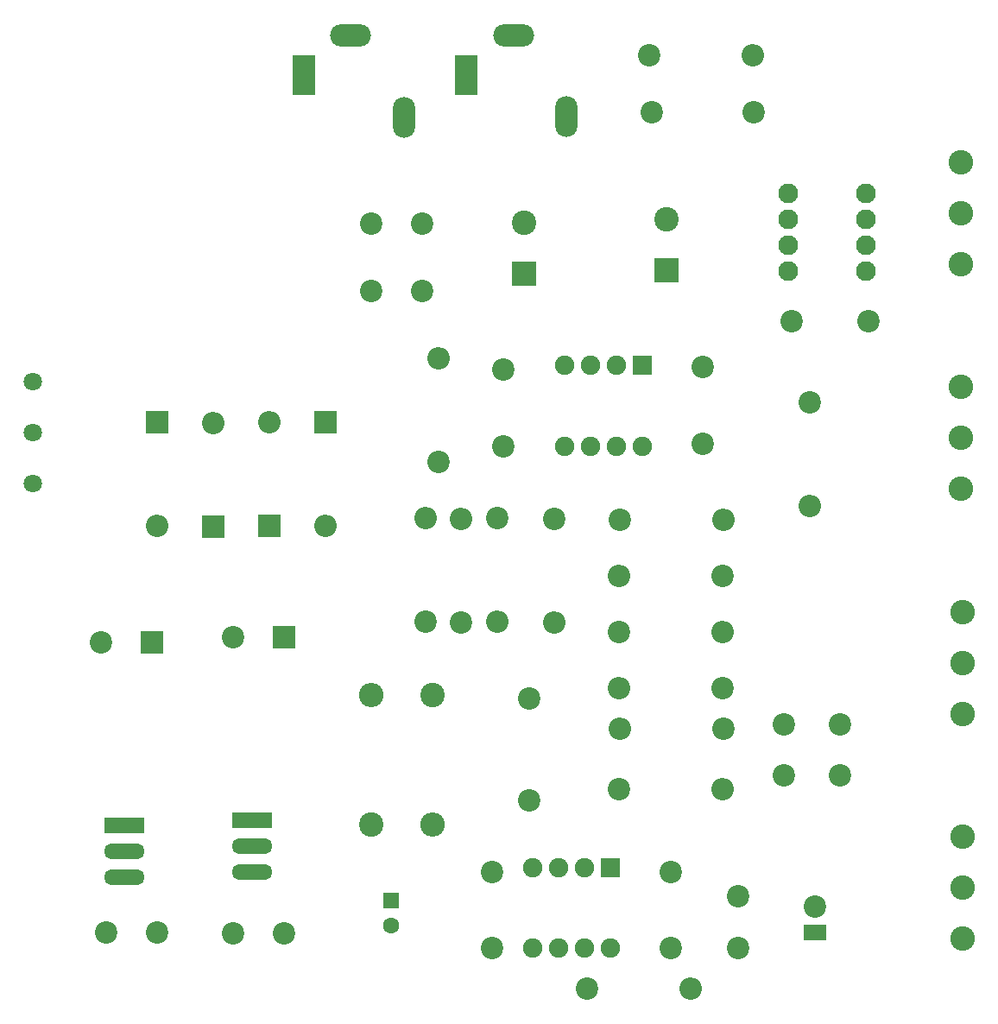
<source format=gts>
%TF.GenerationSoftware,KiCad,Pcbnew,8.0.8*%
%TF.CreationDate,2025-03-09T10:58:12-03:00*%
%TF.ProjectId,equalizador,65717561-6c69-47a6-9164-6f722e6b6963,rev?*%
%TF.SameCoordinates,Original*%
%TF.FileFunction,Soldermask,Top*%
%TF.FilePolarity,Negative*%
%FSLAX46Y46*%
G04 Gerber Fmt 4.6, Leading zero omitted, Abs format (unit mm)*
G04 Created by KiCad (PCBNEW 8.0.8) date 2025-03-09 10:58:12*
%MOMM*%
%LPD*%
G01*
G04 APERTURE LIST*
G04 Aperture macros list*
%AMRoundRect*
0 Rectangle with rounded corners*
0 $1 Rounding radius*
0 $2 $3 $4 $5 $6 $7 $8 $9 X,Y pos of 4 corners*
0 Add a 4 corners polygon primitive as box body*
4,1,4,$2,$3,$4,$5,$6,$7,$8,$9,$2,$3,0*
0 Add four circle primitives for the rounded corners*
1,1,$1+$1,$2,$3*
1,1,$1+$1,$4,$5*
1,1,$1+$1,$6,$7*
1,1,$1+$1,$8,$9*
0 Add four rect primitives between the rounded corners*
20,1,$1+$1,$2,$3,$4,$5,0*
20,1,$1+$1,$4,$5,$6,$7,0*
20,1,$1+$1,$6,$7,$8,$9,0*
20,1,$1+$1,$8,$9,$2,$3,0*%
G04 Aperture macros list end*
%ADD10RoundRect,0.102000X-0.850000X0.850000X-0.850000X-0.850000X0.850000X-0.850000X0.850000X0.850000X0*%
%ADD11C,1.904000*%
%ADD12C,2.200000*%
%ADD13O,2.200000X2.200000*%
%ADD14C,2.404000*%
%ADD15R,2.200000X2.200000*%
%ADD16R,1.600000X1.600000*%
%ADD17C,1.600000*%
%ADD18O,2.200000X4.000000*%
%ADD19O,0.100000X0.100000*%
%ADD20O,4.000000X2.200000*%
%ADD21R,2.200000X4.000000*%
%ADD22R,4.000000X1.500000*%
%ADD23O,4.000000X1.500000*%
%ADD24R,2.400000X2.400000*%
%ADD25C,2.400000*%
%ADD26C,1.931200*%
%ADD27O,2.400000X2.400000*%
%ADD28R,2.200000X1.600000*%
%ADD29C,1.803400*%
G04 APERTURE END LIST*
D10*
%TO.C,U1*%
X113500000Y-128560000D03*
D11*
X110960000Y-128560000D03*
X108420000Y-128560000D03*
X105880000Y-128560000D03*
X105880000Y-136500000D03*
X108420000Y-136500000D03*
X110960000Y-136500000D03*
X113500000Y-136500000D03*
%TD*%
D12*
%TO.C,R6*%
X102340000Y-94340000D03*
D13*
X102340000Y-104500000D03*
%TD*%
D14*
%TO.C,RV2*%
X147840000Y-91420000D03*
X147840000Y-86420000D03*
X147840000Y-81420000D03*
%TD*%
D15*
%TO.C,D2*%
X80000000Y-95080000D03*
D13*
X80000000Y-84920000D03*
%TD*%
D12*
%TO.C,R17*%
X114420000Y-94500000D03*
D13*
X124580000Y-94500000D03*
%TD*%
D12*
%TO.C,R2*%
X124500000Y-111000000D03*
D13*
X114340000Y-111000000D03*
%TD*%
D12*
%TO.C,R13*%
X111180000Y-140420000D03*
D13*
X121340000Y-140420000D03*
%TD*%
D16*
%TO.C,C6*%
X92000000Y-131794888D03*
D17*
X92000000Y-134294888D03*
%TD*%
D12*
%TO.C,C13*%
X76500000Y-135000000D03*
X81500000Y-135000000D03*
%TD*%
D18*
%TO.C,J2*%
X93200000Y-55000000D03*
D19*
X90500000Y-53800000D03*
D20*
X88000000Y-47000000D03*
D21*
X83400000Y-50900000D03*
D19*
X83900000Y-58200000D03*
%TD*%
D15*
%TO.C,D1*%
X74500000Y-95160000D03*
D13*
X74500000Y-85000000D03*
%TD*%
D12*
%TO.C,C15*%
X101840000Y-129000000D03*
X101840000Y-136500000D03*
%TD*%
D22*
%TO.C,U2*%
X78287500Y-123960000D03*
D23*
X78287500Y-126500000D03*
X78287500Y-129040000D03*
%TD*%
D24*
%TO.C,C20*%
X105000000Y-70367677D03*
D25*
X105000000Y-65367677D03*
%TD*%
D26*
%TO.C,U5*%
X138500000Y-70120000D03*
X138500000Y-67580000D03*
X138500000Y-65040000D03*
X138500000Y-62500000D03*
X130880000Y-62500000D03*
X130880000Y-65040000D03*
X130880000Y-67580000D03*
X130880000Y-70120000D03*
%TD*%
D12*
%TO.C,C14*%
X69000000Y-134960000D03*
X64000000Y-134960000D03*
%TD*%
%TO.C,C2*%
X125960000Y-136420000D03*
X125960000Y-131420000D03*
%TD*%
D10*
%TO.C,U3*%
X116620000Y-79310000D03*
D11*
X114080000Y-79310000D03*
X111540000Y-79310000D03*
X109000000Y-79310000D03*
X109000000Y-87250000D03*
X111540000Y-87250000D03*
X114080000Y-87250000D03*
X116620000Y-87250000D03*
%TD*%
D15*
%TO.C,D4*%
X69000000Y-84920000D03*
D13*
X69000000Y-95080000D03*
%TD*%
D12*
%TO.C,R3*%
X124580000Y-114920000D03*
D13*
X114420000Y-114920000D03*
%TD*%
D22*
%TO.C,U4*%
X65787500Y-124460000D03*
D23*
X65787500Y-127000000D03*
X65787500Y-129540000D03*
%TD*%
D25*
%TO.C,R8*%
X96000000Y-111650000D03*
D27*
X96000000Y-124350000D03*
%TD*%
D12*
%TO.C,C10*%
X122500000Y-87000000D03*
X122500000Y-79500000D03*
%TD*%
%TO.C,C19*%
X131250000Y-75000000D03*
X138750000Y-75000000D03*
%TD*%
%TO.C,R11*%
X95340000Y-104500000D03*
D13*
X95340000Y-94340000D03*
%TD*%
D12*
%TO.C,C22*%
X117500000Y-54500000D03*
X127500000Y-54500000D03*
%TD*%
D14*
%TO.C,RV3*%
X148000000Y-113500000D03*
X148000000Y-108500000D03*
X148000000Y-103500000D03*
%TD*%
D12*
%TO.C,R10*%
X98840000Y-104580000D03*
D13*
X98840000Y-94420000D03*
%TD*%
D12*
%TO.C,R7*%
X124500000Y-100000000D03*
D13*
X114340000Y-100000000D03*
%TD*%
D12*
%TO.C,R19*%
X117260000Y-48920000D03*
D13*
X127420000Y-48920000D03*
%TD*%
D28*
%TO.C,C1*%
X133500000Y-134920000D03*
D12*
X133500000Y-132420000D03*
%TD*%
%TO.C,R16*%
X114340000Y-120920000D03*
D13*
X124500000Y-120920000D03*
%TD*%
D24*
%TO.C,C21*%
X119000000Y-70000000D03*
D25*
X119000000Y-65000000D03*
%TD*%
D14*
%TO.C,RV4*%
X147840000Y-69420000D03*
X147840000Y-64420000D03*
X147840000Y-59420000D03*
%TD*%
D12*
%TO.C,C8*%
X130500000Y-119500000D03*
X130500000Y-114500000D03*
%TD*%
%TO.C,C4*%
X90000000Y-65420000D03*
X95000000Y-65420000D03*
%TD*%
%TO.C,C3*%
X90000000Y-72000000D03*
X95000000Y-72000000D03*
%TD*%
%TO.C,R1*%
X108000000Y-94420000D03*
D13*
X108000000Y-104580000D03*
%TD*%
D29*
%TO.C,J4*%
X56840000Y-90920000D03*
X56840000Y-85920000D03*
X56840000Y-80920000D03*
%TD*%
D15*
%TO.C,D3*%
X85500000Y-84920000D03*
D13*
X85500000Y-95080000D03*
%TD*%
D15*
%TO.C,C12*%
X68500000Y-106500000D03*
D12*
X63500000Y-106500000D03*
%TD*%
%TO.C,R4*%
X114340000Y-105500000D03*
D13*
X124500000Y-105500000D03*
%TD*%
D15*
%TO.C,C11*%
X81500000Y-106000000D03*
D12*
X76500000Y-106000000D03*
%TD*%
%TO.C,R5*%
X96650000Y-88830000D03*
D13*
X96650000Y-78670000D03*
%TD*%
D18*
%TO.C,J3*%
X109142500Y-54950000D03*
D19*
X106442500Y-53750000D03*
D20*
X103942500Y-46950000D03*
D21*
X99342500Y-50850000D03*
D19*
X99842500Y-58150000D03*
%TD*%
D12*
%TO.C,C5*%
X105500000Y-112000000D03*
X105500000Y-122000000D03*
%TD*%
D14*
%TO.C,RV1*%
X148000000Y-135500000D03*
X148000000Y-130500000D03*
X148000000Y-125500000D03*
%TD*%
D12*
%TO.C,C16*%
X119380000Y-136500000D03*
X119380000Y-129000000D03*
%TD*%
%TO.C,C9*%
X103000000Y-79750000D03*
X103000000Y-87250000D03*
%TD*%
D25*
%TO.C,R9*%
X90000000Y-124350000D03*
D27*
X90000000Y-111650000D03*
%TD*%
D12*
%TO.C,R15*%
X133000000Y-82920000D03*
D13*
X133000000Y-93080000D03*
%TD*%
D12*
%TO.C,C7*%
X136000000Y-119500000D03*
X136000000Y-114500000D03*
%TD*%
M02*

</source>
